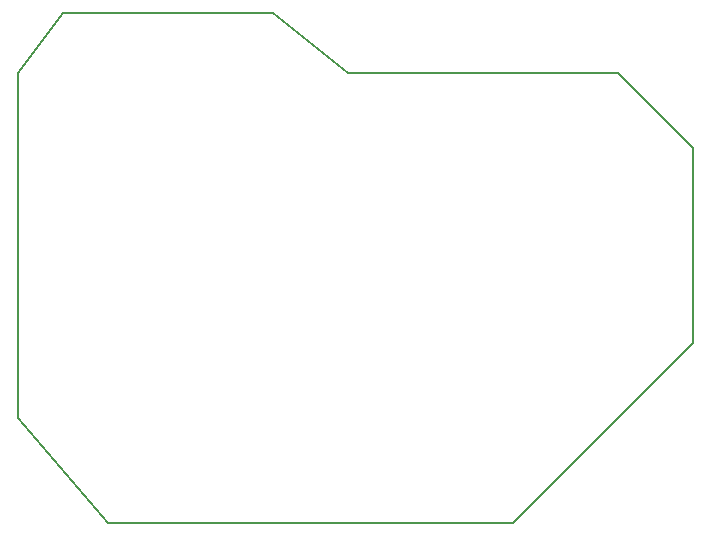
<source format=gbr>
G04 #@! TF.GenerationSoftware,KiCad,Pcbnew,5.0.0-fee4fd1~65~ubuntu17.10.1*
G04 #@! TF.CreationDate,2018-12-28T17:30:30-05:00*
G04 #@! TF.ProjectId,resetter,72657365747465722E6B696361645F70,rev?*
G04 #@! TF.SameCoordinates,Original*
G04 #@! TF.FileFunction,Profile,NP*
%FSLAX46Y46*%
G04 Gerber Fmt 4.6, Leading zero omitted, Abs format (unit mm)*
G04 Created by KiCad (PCBNEW 5.0.0-fee4fd1~65~ubuntu17.10.1) date Fri Dec 28 17:30:30 2018*
%MOMM*%
%LPD*%
G01*
G04 APERTURE LIST*
%ADD10C,0.150000*%
%ADD11C,0.200000*%
G04 APERTURE END LIST*
D10*
X20320000Y-25400000D02*
X24130000Y-20320000D01*
X41910000Y-20320000D02*
X24130000Y-20320000D01*
X48260000Y-25400000D02*
X41910000Y-20320000D01*
X54610000Y-25400000D02*
X48260000Y-25400000D01*
D11*
X20320000Y-54610000D02*
X20320000Y-40640000D01*
X27940000Y-63500000D02*
X20320000Y-54610000D01*
X62230000Y-63500000D02*
X27940000Y-63500000D01*
X77470000Y-48260000D02*
X62230000Y-63500000D01*
X77470000Y-31750000D02*
X77470000Y-48260000D01*
X71120000Y-25400000D02*
X77470000Y-31750000D01*
X54610000Y-25400000D02*
X71120000Y-25400000D01*
X20320000Y-40640000D02*
X20320000Y-25400000D01*
M02*

</source>
